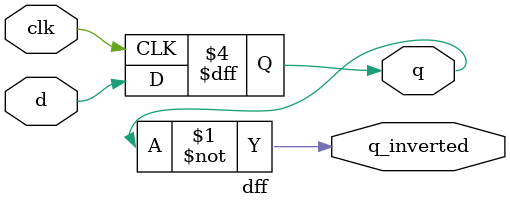
<source format=sv>
module dff(output reg q, output q_inverted, input d, input clk);
  initial q = 0;
  assign q_inverted = ~q;
  always@(posedge clk)begin
    q = d;
  end
endmodule: dff
</source>
